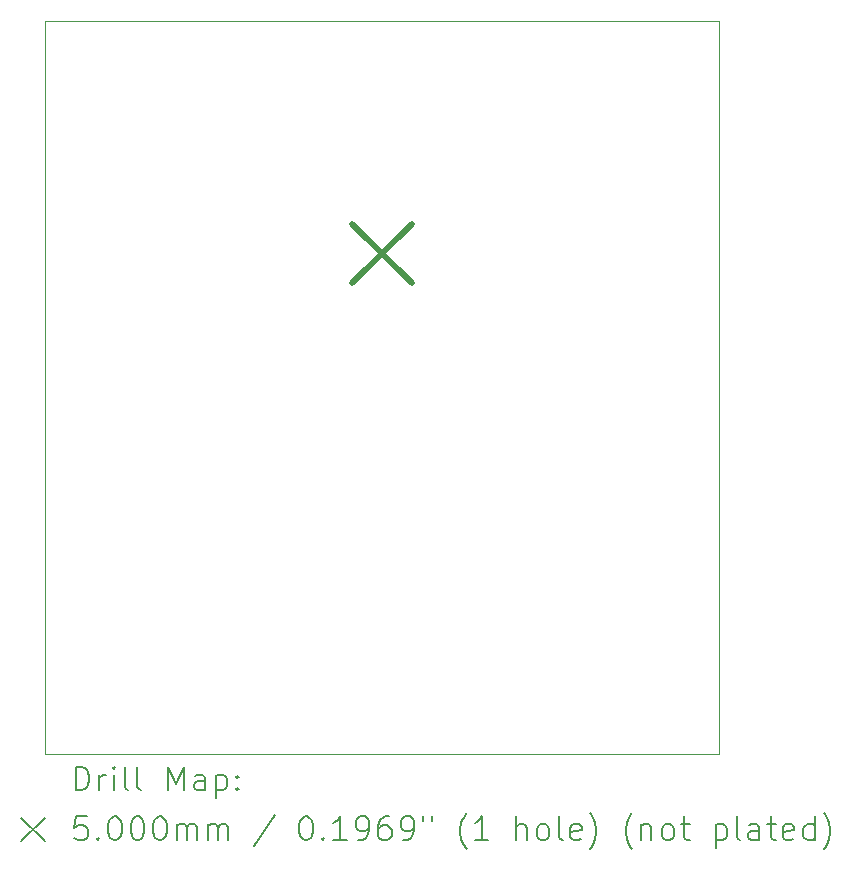
<source format=gbr>
%FSLAX45Y45*%
G04 Gerber Fmt 4.5, Leading zero omitted, Abs format (unit mm)*
G04 Created by KiCad (PCBNEW 6.0.0) date 2022-02-18 00:33:37*
%MOMM*%
%LPD*%
G01*
G04 APERTURE LIST*
%TA.AperFunction,Profile*%
%ADD10C,0.050000*%
%TD*%
%ADD11C,0.200000*%
%ADD12C,0.500000*%
G04 APERTURE END LIST*
D10*
X17531200Y-10733600D02*
X11831200Y-10733600D01*
X11831200Y-10733600D02*
X11831200Y-4533600D01*
X11831200Y-4533600D02*
X17531200Y-4533600D01*
X17531200Y-4533600D02*
X17531200Y-10733600D01*
D11*
D12*
X14431000Y-6254000D02*
X14931000Y-6754000D01*
X14931000Y-6254000D02*
X14431000Y-6754000D01*
D11*
X12086319Y-11046576D02*
X12086319Y-10846576D01*
X12133938Y-10846576D01*
X12162509Y-10856100D01*
X12181557Y-10875148D01*
X12191081Y-10894195D01*
X12200605Y-10932290D01*
X12200605Y-10960862D01*
X12191081Y-10998957D01*
X12181557Y-11018005D01*
X12162509Y-11037052D01*
X12133938Y-11046576D01*
X12086319Y-11046576D01*
X12286319Y-11046576D02*
X12286319Y-10913243D01*
X12286319Y-10951338D02*
X12295843Y-10932290D01*
X12305367Y-10922767D01*
X12324414Y-10913243D01*
X12343462Y-10913243D01*
X12410128Y-11046576D02*
X12410128Y-10913243D01*
X12410128Y-10846576D02*
X12400605Y-10856100D01*
X12410128Y-10865624D01*
X12419652Y-10856100D01*
X12410128Y-10846576D01*
X12410128Y-10865624D01*
X12533938Y-11046576D02*
X12514890Y-11037052D01*
X12505367Y-11018005D01*
X12505367Y-10846576D01*
X12638700Y-11046576D02*
X12619652Y-11037052D01*
X12610128Y-11018005D01*
X12610128Y-10846576D01*
X12867271Y-11046576D02*
X12867271Y-10846576D01*
X12933938Y-10989433D01*
X13000605Y-10846576D01*
X13000605Y-11046576D01*
X13181557Y-11046576D02*
X13181557Y-10941814D01*
X13172033Y-10922767D01*
X13152986Y-10913243D01*
X13114890Y-10913243D01*
X13095843Y-10922767D01*
X13181557Y-11037052D02*
X13162509Y-11046576D01*
X13114890Y-11046576D01*
X13095843Y-11037052D01*
X13086319Y-11018005D01*
X13086319Y-10998957D01*
X13095843Y-10979910D01*
X13114890Y-10970386D01*
X13162509Y-10970386D01*
X13181557Y-10960862D01*
X13276795Y-10913243D02*
X13276795Y-11113243D01*
X13276795Y-10922767D02*
X13295843Y-10913243D01*
X13333938Y-10913243D01*
X13352986Y-10922767D01*
X13362509Y-10932290D01*
X13372033Y-10951338D01*
X13372033Y-11008481D01*
X13362509Y-11027529D01*
X13352986Y-11037052D01*
X13333938Y-11046576D01*
X13295843Y-11046576D01*
X13276795Y-11037052D01*
X13457748Y-11027529D02*
X13467271Y-11037052D01*
X13457748Y-11046576D01*
X13448224Y-11037052D01*
X13457748Y-11027529D01*
X13457748Y-11046576D01*
X13457748Y-10922767D02*
X13467271Y-10932290D01*
X13457748Y-10941814D01*
X13448224Y-10932290D01*
X13457748Y-10922767D01*
X13457748Y-10941814D01*
X11628700Y-11276100D02*
X11828700Y-11476100D01*
X11828700Y-11276100D02*
X11628700Y-11476100D01*
X12181557Y-11266576D02*
X12086319Y-11266576D01*
X12076795Y-11361814D01*
X12086319Y-11352290D01*
X12105367Y-11342767D01*
X12152986Y-11342767D01*
X12172033Y-11352290D01*
X12181557Y-11361814D01*
X12191081Y-11380862D01*
X12191081Y-11428481D01*
X12181557Y-11447528D01*
X12172033Y-11457052D01*
X12152986Y-11466576D01*
X12105367Y-11466576D01*
X12086319Y-11457052D01*
X12076795Y-11447528D01*
X12276795Y-11447528D02*
X12286319Y-11457052D01*
X12276795Y-11466576D01*
X12267271Y-11457052D01*
X12276795Y-11447528D01*
X12276795Y-11466576D01*
X12410128Y-11266576D02*
X12429176Y-11266576D01*
X12448224Y-11276100D01*
X12457748Y-11285624D01*
X12467271Y-11304671D01*
X12476795Y-11342767D01*
X12476795Y-11390386D01*
X12467271Y-11428481D01*
X12457748Y-11447528D01*
X12448224Y-11457052D01*
X12429176Y-11466576D01*
X12410128Y-11466576D01*
X12391081Y-11457052D01*
X12381557Y-11447528D01*
X12372033Y-11428481D01*
X12362509Y-11390386D01*
X12362509Y-11342767D01*
X12372033Y-11304671D01*
X12381557Y-11285624D01*
X12391081Y-11276100D01*
X12410128Y-11266576D01*
X12600605Y-11266576D02*
X12619652Y-11266576D01*
X12638700Y-11276100D01*
X12648224Y-11285624D01*
X12657748Y-11304671D01*
X12667271Y-11342767D01*
X12667271Y-11390386D01*
X12657748Y-11428481D01*
X12648224Y-11447528D01*
X12638700Y-11457052D01*
X12619652Y-11466576D01*
X12600605Y-11466576D01*
X12581557Y-11457052D01*
X12572033Y-11447528D01*
X12562509Y-11428481D01*
X12552986Y-11390386D01*
X12552986Y-11342767D01*
X12562509Y-11304671D01*
X12572033Y-11285624D01*
X12581557Y-11276100D01*
X12600605Y-11266576D01*
X12791081Y-11266576D02*
X12810128Y-11266576D01*
X12829176Y-11276100D01*
X12838700Y-11285624D01*
X12848224Y-11304671D01*
X12857748Y-11342767D01*
X12857748Y-11390386D01*
X12848224Y-11428481D01*
X12838700Y-11447528D01*
X12829176Y-11457052D01*
X12810128Y-11466576D01*
X12791081Y-11466576D01*
X12772033Y-11457052D01*
X12762509Y-11447528D01*
X12752986Y-11428481D01*
X12743462Y-11390386D01*
X12743462Y-11342767D01*
X12752986Y-11304671D01*
X12762509Y-11285624D01*
X12772033Y-11276100D01*
X12791081Y-11266576D01*
X12943462Y-11466576D02*
X12943462Y-11333243D01*
X12943462Y-11352290D02*
X12952986Y-11342767D01*
X12972033Y-11333243D01*
X13000605Y-11333243D01*
X13019652Y-11342767D01*
X13029176Y-11361814D01*
X13029176Y-11466576D01*
X13029176Y-11361814D02*
X13038700Y-11342767D01*
X13057748Y-11333243D01*
X13086319Y-11333243D01*
X13105367Y-11342767D01*
X13114890Y-11361814D01*
X13114890Y-11466576D01*
X13210128Y-11466576D02*
X13210128Y-11333243D01*
X13210128Y-11352290D02*
X13219652Y-11342767D01*
X13238700Y-11333243D01*
X13267271Y-11333243D01*
X13286319Y-11342767D01*
X13295843Y-11361814D01*
X13295843Y-11466576D01*
X13295843Y-11361814D02*
X13305367Y-11342767D01*
X13324414Y-11333243D01*
X13352986Y-11333243D01*
X13372033Y-11342767D01*
X13381557Y-11361814D01*
X13381557Y-11466576D01*
X13772033Y-11257052D02*
X13600605Y-11514195D01*
X14029176Y-11266576D02*
X14048224Y-11266576D01*
X14067271Y-11276100D01*
X14076795Y-11285624D01*
X14086319Y-11304671D01*
X14095843Y-11342767D01*
X14095843Y-11390386D01*
X14086319Y-11428481D01*
X14076795Y-11447528D01*
X14067271Y-11457052D01*
X14048224Y-11466576D01*
X14029176Y-11466576D01*
X14010128Y-11457052D01*
X14000605Y-11447528D01*
X13991081Y-11428481D01*
X13981557Y-11390386D01*
X13981557Y-11342767D01*
X13991081Y-11304671D01*
X14000605Y-11285624D01*
X14010128Y-11276100D01*
X14029176Y-11266576D01*
X14181557Y-11447528D02*
X14191081Y-11457052D01*
X14181557Y-11466576D01*
X14172033Y-11457052D01*
X14181557Y-11447528D01*
X14181557Y-11466576D01*
X14381557Y-11466576D02*
X14267271Y-11466576D01*
X14324414Y-11466576D02*
X14324414Y-11266576D01*
X14305367Y-11295148D01*
X14286319Y-11314195D01*
X14267271Y-11323719D01*
X14476795Y-11466576D02*
X14514890Y-11466576D01*
X14533938Y-11457052D01*
X14543462Y-11447528D01*
X14562509Y-11418957D01*
X14572033Y-11380862D01*
X14572033Y-11304671D01*
X14562509Y-11285624D01*
X14552986Y-11276100D01*
X14533938Y-11266576D01*
X14495843Y-11266576D01*
X14476795Y-11276100D01*
X14467271Y-11285624D01*
X14457748Y-11304671D01*
X14457748Y-11352290D01*
X14467271Y-11371338D01*
X14476795Y-11380862D01*
X14495843Y-11390386D01*
X14533938Y-11390386D01*
X14552986Y-11380862D01*
X14562509Y-11371338D01*
X14572033Y-11352290D01*
X14743462Y-11266576D02*
X14705367Y-11266576D01*
X14686319Y-11276100D01*
X14676795Y-11285624D01*
X14657748Y-11314195D01*
X14648224Y-11352290D01*
X14648224Y-11428481D01*
X14657748Y-11447528D01*
X14667271Y-11457052D01*
X14686319Y-11466576D01*
X14724414Y-11466576D01*
X14743462Y-11457052D01*
X14752986Y-11447528D01*
X14762509Y-11428481D01*
X14762509Y-11380862D01*
X14752986Y-11361814D01*
X14743462Y-11352290D01*
X14724414Y-11342767D01*
X14686319Y-11342767D01*
X14667271Y-11352290D01*
X14657748Y-11361814D01*
X14648224Y-11380862D01*
X14857748Y-11466576D02*
X14895843Y-11466576D01*
X14914890Y-11457052D01*
X14924414Y-11447528D01*
X14943462Y-11418957D01*
X14952986Y-11380862D01*
X14952986Y-11304671D01*
X14943462Y-11285624D01*
X14933938Y-11276100D01*
X14914890Y-11266576D01*
X14876795Y-11266576D01*
X14857748Y-11276100D01*
X14848224Y-11285624D01*
X14838700Y-11304671D01*
X14838700Y-11352290D01*
X14848224Y-11371338D01*
X14857748Y-11380862D01*
X14876795Y-11390386D01*
X14914890Y-11390386D01*
X14933938Y-11380862D01*
X14943462Y-11371338D01*
X14952986Y-11352290D01*
X15029176Y-11266576D02*
X15029176Y-11304671D01*
X15105367Y-11266576D02*
X15105367Y-11304671D01*
X15400605Y-11542767D02*
X15391081Y-11533243D01*
X15372033Y-11504671D01*
X15362509Y-11485624D01*
X15352986Y-11457052D01*
X15343462Y-11409433D01*
X15343462Y-11371338D01*
X15352986Y-11323719D01*
X15362509Y-11295148D01*
X15372033Y-11276100D01*
X15391081Y-11247528D01*
X15400605Y-11238005D01*
X15581557Y-11466576D02*
X15467271Y-11466576D01*
X15524414Y-11466576D02*
X15524414Y-11266576D01*
X15505367Y-11295148D01*
X15486319Y-11314195D01*
X15467271Y-11323719D01*
X15819652Y-11466576D02*
X15819652Y-11266576D01*
X15905367Y-11466576D02*
X15905367Y-11361814D01*
X15895843Y-11342767D01*
X15876795Y-11333243D01*
X15848224Y-11333243D01*
X15829176Y-11342767D01*
X15819652Y-11352290D01*
X16029176Y-11466576D02*
X16010128Y-11457052D01*
X16000605Y-11447528D01*
X15991081Y-11428481D01*
X15991081Y-11371338D01*
X16000605Y-11352290D01*
X16010128Y-11342767D01*
X16029176Y-11333243D01*
X16057748Y-11333243D01*
X16076795Y-11342767D01*
X16086319Y-11352290D01*
X16095843Y-11371338D01*
X16095843Y-11428481D01*
X16086319Y-11447528D01*
X16076795Y-11457052D01*
X16057748Y-11466576D01*
X16029176Y-11466576D01*
X16210128Y-11466576D02*
X16191081Y-11457052D01*
X16181557Y-11438005D01*
X16181557Y-11266576D01*
X16362509Y-11457052D02*
X16343462Y-11466576D01*
X16305367Y-11466576D01*
X16286319Y-11457052D01*
X16276795Y-11438005D01*
X16276795Y-11361814D01*
X16286319Y-11342767D01*
X16305367Y-11333243D01*
X16343462Y-11333243D01*
X16362509Y-11342767D01*
X16372033Y-11361814D01*
X16372033Y-11380862D01*
X16276795Y-11399909D01*
X16438700Y-11542767D02*
X16448224Y-11533243D01*
X16467271Y-11504671D01*
X16476795Y-11485624D01*
X16486319Y-11457052D01*
X16495843Y-11409433D01*
X16495843Y-11371338D01*
X16486319Y-11323719D01*
X16476795Y-11295148D01*
X16467271Y-11276100D01*
X16448224Y-11247528D01*
X16438700Y-11238005D01*
X16800605Y-11542767D02*
X16791081Y-11533243D01*
X16772033Y-11504671D01*
X16762509Y-11485624D01*
X16752986Y-11457052D01*
X16743462Y-11409433D01*
X16743462Y-11371338D01*
X16752986Y-11323719D01*
X16762509Y-11295148D01*
X16772033Y-11276100D01*
X16791081Y-11247528D01*
X16800605Y-11238005D01*
X16876795Y-11333243D02*
X16876795Y-11466576D01*
X16876795Y-11352290D02*
X16886319Y-11342767D01*
X16905367Y-11333243D01*
X16933938Y-11333243D01*
X16952986Y-11342767D01*
X16962510Y-11361814D01*
X16962510Y-11466576D01*
X17086319Y-11466576D02*
X17067271Y-11457052D01*
X17057748Y-11447528D01*
X17048224Y-11428481D01*
X17048224Y-11371338D01*
X17057748Y-11352290D01*
X17067271Y-11342767D01*
X17086319Y-11333243D01*
X17114890Y-11333243D01*
X17133938Y-11342767D01*
X17143462Y-11352290D01*
X17152986Y-11371338D01*
X17152986Y-11428481D01*
X17143462Y-11447528D01*
X17133938Y-11457052D01*
X17114890Y-11466576D01*
X17086319Y-11466576D01*
X17210129Y-11333243D02*
X17286319Y-11333243D01*
X17238700Y-11266576D02*
X17238700Y-11438005D01*
X17248224Y-11457052D01*
X17267271Y-11466576D01*
X17286319Y-11466576D01*
X17505367Y-11333243D02*
X17505367Y-11533243D01*
X17505367Y-11342767D02*
X17524414Y-11333243D01*
X17562510Y-11333243D01*
X17581557Y-11342767D01*
X17591081Y-11352290D01*
X17600605Y-11371338D01*
X17600605Y-11428481D01*
X17591081Y-11447528D01*
X17581557Y-11457052D01*
X17562510Y-11466576D01*
X17524414Y-11466576D01*
X17505367Y-11457052D01*
X17714890Y-11466576D02*
X17695843Y-11457052D01*
X17686319Y-11438005D01*
X17686319Y-11266576D01*
X17876795Y-11466576D02*
X17876795Y-11361814D01*
X17867271Y-11342767D01*
X17848224Y-11333243D01*
X17810129Y-11333243D01*
X17791081Y-11342767D01*
X17876795Y-11457052D02*
X17857748Y-11466576D01*
X17810129Y-11466576D01*
X17791081Y-11457052D01*
X17781557Y-11438005D01*
X17781557Y-11418957D01*
X17791081Y-11399909D01*
X17810129Y-11390386D01*
X17857748Y-11390386D01*
X17876795Y-11380862D01*
X17943462Y-11333243D02*
X18019652Y-11333243D01*
X17972033Y-11266576D02*
X17972033Y-11438005D01*
X17981557Y-11457052D01*
X18000605Y-11466576D01*
X18019652Y-11466576D01*
X18162510Y-11457052D02*
X18143462Y-11466576D01*
X18105367Y-11466576D01*
X18086319Y-11457052D01*
X18076795Y-11438005D01*
X18076795Y-11361814D01*
X18086319Y-11342767D01*
X18105367Y-11333243D01*
X18143462Y-11333243D01*
X18162510Y-11342767D01*
X18172033Y-11361814D01*
X18172033Y-11380862D01*
X18076795Y-11399909D01*
X18343462Y-11466576D02*
X18343462Y-11266576D01*
X18343462Y-11457052D02*
X18324414Y-11466576D01*
X18286319Y-11466576D01*
X18267271Y-11457052D01*
X18257748Y-11447528D01*
X18248224Y-11428481D01*
X18248224Y-11371338D01*
X18257748Y-11352290D01*
X18267271Y-11342767D01*
X18286319Y-11333243D01*
X18324414Y-11333243D01*
X18343462Y-11342767D01*
X18419652Y-11542767D02*
X18429176Y-11533243D01*
X18448224Y-11504671D01*
X18457748Y-11485624D01*
X18467271Y-11457052D01*
X18476795Y-11409433D01*
X18476795Y-11371338D01*
X18467271Y-11323719D01*
X18457748Y-11295148D01*
X18448224Y-11276100D01*
X18429176Y-11247528D01*
X18419652Y-11238005D01*
M02*

</source>
